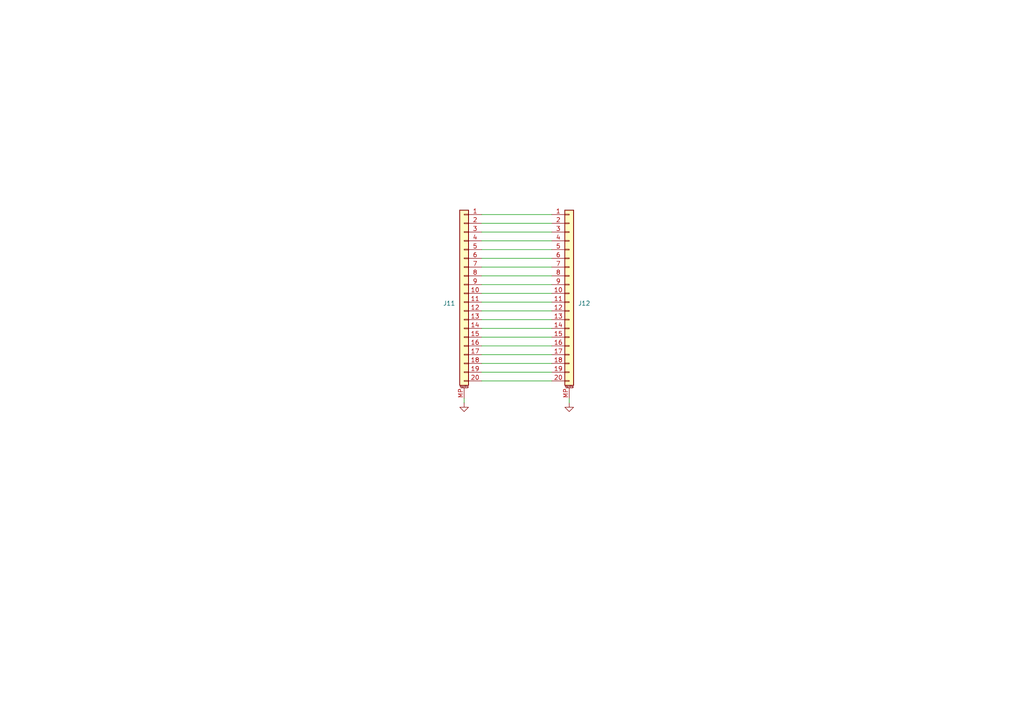
<source format=kicad_sch>
(kicad_sch (version 20250114) (generator "eeschema") (generator_version "9.0")
  (paper "A4")
  (lib_symbols
    (symbol "Connector_Generic_MountingPin:Conn_01x20_MountingPin" (pin_names (offset 1.016) (hide yes))
      (property "Reference" "J" (at 0 25.4 0))
      (property "Value" "Conn_01x20_MountingPin" (at 1.27 -27.94 0))
      (symbol "Conn_01x20_MountingPin_1_1"
        (rectangle (start -1.27 24.13) (end 1.27 -26.67) (stroke (width 0.254)) (fill (type background)))
        (rectangle (start -1.27 22.987) (end 0 22.733) (stroke (width 0.1524)))
        (rectangle (start -1.27 20.447) (end 0 20.193) (stroke (width 0.1524)))
        (rectangle (start -1.27 17.907) (end 0 17.653) (stroke (width 0.1524)))
        (rectangle (start -1.27 15.367) (end 0 15.113) (stroke (width 0.1524)))
        (rectangle (start -1.27 12.827) (end 0 12.573) (stroke (width 0.1524)))
        (rectangle (start -1.27 10.287) (end 0 10.033) (stroke (width 0.1524)))
        (rectangle (start -1.27 7.747) (end 0 7.493) (stroke (width 0.1524)))
        (rectangle (start -1.27 5.207) (end 0 4.953) (stroke (width 0.1524)))
        (rectangle (start -1.27 2.667) (end 0 2.413) (stroke (width 0.1524)))
        (rectangle (start -1.27 0.127) (end 0 -0.127) (stroke (width 0.1524)))
        (rectangle (start -1.27 -2.413) (end 0 -2.667) (stroke (width 0.1524)))
        (rectangle (start -1.27 -4.953) (end 0 -5.207) (stroke (width 0.1524)))
        (rectangle (start -1.27 -7.493) (end 0 -7.747) (stroke (width 0.1524)))
        (rectangle (start -1.27 -10.033) (end 0 -10.287) (stroke (width 0.1524)))
        (rectangle (start -1.27 -12.573) (end 0 -12.827) (stroke (width 0.1524)))
        (rectangle (start -1.27 -15.113) (end 0 -15.367) (stroke (width 0.1524)))
        (rectangle (start -1.27 -17.653) (end 0 -17.907) (stroke (width 0.1524)))
        (rectangle (start -1.27 -20.193) (end 0 -20.447) (stroke (width 0.1524)))
        (rectangle (start -1.27 -22.733) (end 0 -22.987) (stroke (width 0.1524)))
        (rectangle (start -1.27 -25.273) (end 0 -25.527) (stroke (width 0.1524)))
        (polyline (pts (xy -1.016 -27.432) (xy 1.016 -27.432)) (stroke (width 0.1524)))
        (text "Mounting" (at 0 -27.051 0) (effects (font (size 0.381 0.381))))
        (pin passive line (at -5.08 22.86 0) (length 3.81) (name "Pin_1") (number "1"))
        (pin passive line (at -5.08 20.32 0) (length 3.81) (name "Pin_2") (number "2"))
        (pin passive line (at -5.08 17.78 0) (length 3.81) (name "Pin_3") (number "3"))
        (pin passive line (at -5.08 15.24 0) (length 3.81) (name "Pin_4") (number "4"))
        (pin passive line (at -5.08 12.7 0) (length 3.81) (name "Pin_5") (number "5"))
        (pin passive line (at -5.08 10.16 0) (length 3.81) (name "Pin_6") (number "6"))
        (pin passive line (at -5.08 7.62 0) (length 3.81) (name "Pin_7") (number "7"))
        (pin passive line (at -5.08 5.08 0) (length 3.81) (name "Pin_8") (number "8"))
        (pin passive line (at -5.08 2.54 0) (length 3.81) (name "Pin_9") (number "9"))
        (pin passive line (at -5.08 0 0) (length 3.81) (name "Pin_10") (number "10"))
        (pin passive line (at -5.08 -2.54 0) (length 3.81) (name "Pin_11") (number "11"))
        (pin passive line (at -5.08 -5.08 0) (length 3.81) (name "Pin_12") (number "12"))
        (pin passive line (at -5.08 -7.62 0) (length 3.81) (name "Pin_13") (number "13"))
        (pin passive line (at -5.08 -10.16 0) (length 3.81) (name "Pin_14") (number "14"))
        (pin passive line (at -5.08 -12.7 0) (length 3.81) (name "Pin_15") (number "15"))
        (pin passive line (at -5.08 -15.24 0) (length 3.81) (name "Pin_16") (number "16"))
        (pin passive line (at -5.08 -17.78 0) (length 3.81) (name "Pin_17") (number "17"))
        (pin passive line (at -5.08 -20.32 0) (length 3.81) (name "Pin_18") (number "18"))
        (pin passive line (at -5.08 -22.86 0) (length 3.81) (name "Pin_19") (number "19"))
        (pin passive line (at -5.08 -25.4 0) (length 3.81) (name "Pin_20") (number "20"))
        (pin passive line (at 0 -30.48 90) (length 3.048) (name "MountPin") (number "MP"))
      )
    )
    (symbol "power:GND" (power) (pin_numbers (hide yes)) (pin_names (offset 0) (hide yes))
      (property "Value" "GND" (at 0 -3.81 0))
      (symbol "GND_0_1"
        (polyline (pts (xy 0 0) (xy 0 -1.27) (xy 1.27 -1.27) (xy 0 -2.54) (xy -1.27 -1.27) (xy 0 -1.27)))
      )
      (symbol "GND_1_1"
        (pin power_in line (at 0 0 270) (length 0) (name "~") (number "1"))
      )
    )
  )
  (wire (pts (xy 160.02 90.17) (xy 139.7 90.17)))
  (wire (pts (xy 160.02 97.79) (xy 139.7 97.79)))
  (wire (pts (xy 160.02 92.71) (xy 139.7 92.71)))
  (wire (pts (xy 165.1 116.84) (xy 165.1 115.57)))
  (wire (pts (xy 160.02 102.87) (xy 139.7 102.87)))
  (wire (pts (xy 160.02 105.41) (xy 139.7 105.41)))
  (wire (pts (xy 160.02 62.23) (xy 139.7 62.23)))
  (wire (pts (xy 160.02 77.47) (xy 139.7 77.47)))
  (wire (pts (xy 160.02 69.85) (xy 139.7 69.85)))
  (wire (pts (xy 160.02 87.63) (xy 139.7 87.63)))
  (wire (pts (xy 134.62 116.84) (xy 134.62 115.57)))
  (wire (pts (xy 160.02 74.93) (xy 139.7 74.93)))
  (wire (pts (xy 160.02 100.33) (xy 139.7 100.33)))
  (wire (pts (xy 160.02 110.49) (xy 139.7 110.49)))
  (wire (pts (xy 160.02 67.31) (xy 139.7 67.31)))
  (wire (pts (xy 160.02 82.55) (xy 139.7 82.55)))
  (wire (pts (xy 160.02 64.77) (xy 139.7 64.77)))
  (wire (pts (xy 160.02 107.95) (xy 139.7 107.95)))
  (wire (pts (xy 160.02 80.01) (xy 139.7 80.01)))
  (wire (pts (xy 160.02 85.09) (xy 139.7 85.09)))
  (wire (pts (xy 160.02 72.39) (xy 139.7 72.39)))
  (wire (pts (xy 160.02 95.25) (xy 139.7 95.25)))
  (symbol (lib_id "power:GND") (at 165.1 116.84 0) (mirror y) (unit 1)
    (property "Reference" "#PWR023" (effects (hide yes)))
    (property "Value" "GND" (effects (hide yes)))
    (property "Description" "Power symbol creates a global label with name \"GND\" , ground" (effects (hide yes)))
  )
  (symbol (lib_id "Connector_Generic_MountingPin:Conn_01x20_MountingPin") (at 134.62 85.09 0) (mirror y) (unit 1)
    (property "Reference" "J11" (at 132.08 87.9857 0) (effects (justify left)))
    (property "Value" "Conn_01x20_MountingPin" (effects (hide yes)))
    (property "Footprint" "Connector_FFC-FPC:Hirose_FH12-20S-0.5SH_1x20-1MP_P0.50mm_Horizontal" (effects (hide yes)))
    (property "Description" "Generic connectable mounting pin connector, single row, 01x20, script generated (kicad-library-utils/schlib/autogen/connector/)" (effects (hide yes)))
  )
  (symbol (lib_id "power:GND") (at 134.62 116.84 0) (mirror y) (unit 1)
    (property "Reference" "#PWR021" (effects (hide yes)))
    (property "Value" "GND" (effects (hide yes)))
    (property "Description" "Power symbol creates a global label with name \"GND\" , ground" (effects (hide yes)))
  )
  (symbol (lib_id "Connector_Generic_MountingPin:Conn_01x20_MountingPin") (at 165.1 85.09 0) (unit 1)
    (property "Reference" "J12" (at 167.64 87.9857 0) (effects (justify left)))
    (property "Value" "Conn_01x20_MountingPin" (effects (hide yes)))
    (property "Footprint" "Connector_FFC-FPC:Hirose_FH12-20S-0.5SH_1x20-1MP_P0.50mm_Horizontal" (effects (hide yes)))
    (property "Description" "Generic connectable mounting pin connector, single row, 01x20, script generated (kicad-library-utils/schlib/autogen/connector/)" (effects (hide yes)))
  )
)
</source>
